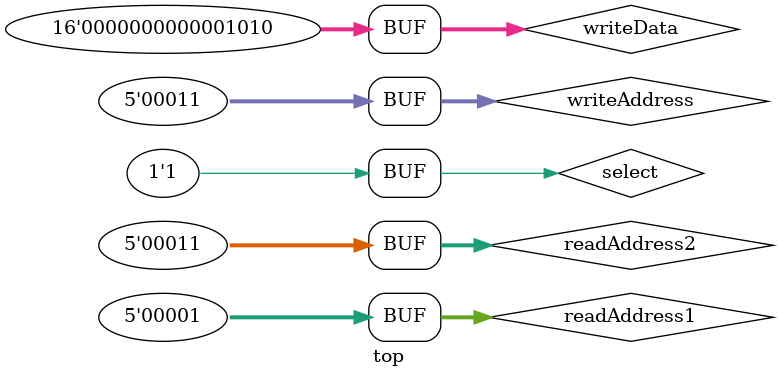
<source format=v>
`include "main.v"
module top;
reg select;
reg [4:0]readAddress1,readAddress2;
reg [4:0]writeAddress;
reg [15:0]writeData;
wire [15:0]readData1,readData2;

register r1(select,readAddress1,readAddress2,readData1,readData2,writeAddress,writeData);

initial begin
    #0 select = 1'b1; readAddress1 = 5'b00001; readAddress2 = 5'b00011;
    #5 select = 1'b0; writeAddress = 5'b00001; writeData = 16'd15;
    #5 select = 1'b0; writeAddress = 5'b00011; writeData = 16'd10;
    #5 select = 1'b1; readAddress1 = 5'b00001; readAddress2 = 5'b00011;
end


always@(*)
begin 
    $monitor($time , "     readData1=%d    readData2=%d",readData1,readData2);
end
endmodule

</source>
